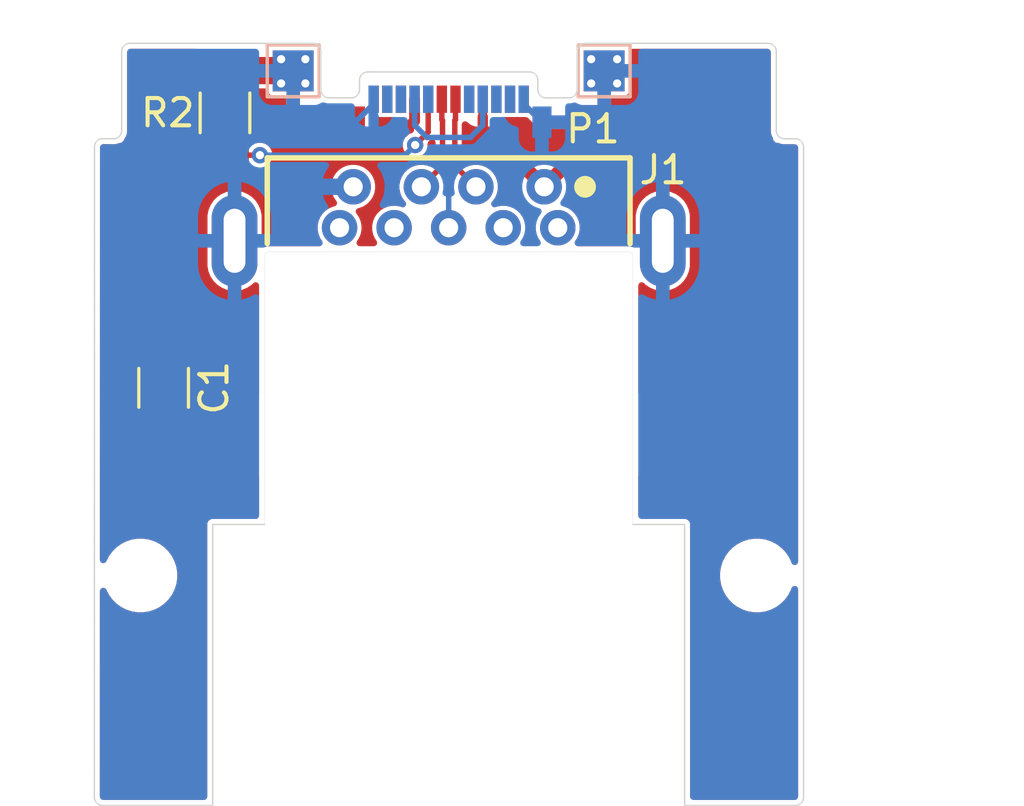
<source format=kicad_pcb>
(kicad_pcb (version 20241229) (generator "pcbnew") (generator_version "9.0")
  (title_block (title "Expansion Card Template") (rev "X1") (company "Framework") (comment 1 "This work is licensed under a Creative Commons Attribution 4.0 International License") (comment 4 "https://frame.work"))
  (layers (0 "F.Cu" signal) (2 "B.Cu" signal) (13 "F.Paste" user) (15 "B.Paste" user) (5 "F.SilkS" user "F.Silkscreen") (7 "B.SilkS" user "B.Silkscreen") (1 "F.Mask" user) (3 "B.Mask" user) (25 "Edge.Cuts" user))
  (net 0 "")
  (net 1 "GND")
  (net 2 "/USB_TX1+")
  (net 3 "VBUS")
  (net 6 "/USB_TX1-")
  (net 8 "/USB_DN")
  (net 9 "/USB_DP")
  (net 10 "/USB_RX1-")
  (net 12 "/USB_RX1+")
  (net 15 "Net-(P1-CC)")
  (footprint "MountingHole:MountingHole_2.2mm_M2" (layer "F.Cu") (at 97 140.46)
    (property "Reference" "H1" (hide yes))
    (property "Value" "MountingHole")
    (pad "" np_thru_hole circle (at 0 0) (size 2.2 2.2) (drill 2.2) (layers "*.Cu" "*.Mask"))
  )
  (footprint "MountingHole:MountingHole_2.2mm_M2" (layer "F.Cu") (at 119.6 140.46)
    (property "Reference" "H2" (hide yes))
    (property "Value" "MountingHole")
    (pad "" np_thru_hole circle (at 0 0) (size 2.2 2.2) (drill 2.2) (layers "*.Cu" "*.Mask"))
  )
  (footprint "TestPoint:TestPoint_Pad_1.5x1.5mm" (layer "F.Cu") (at 102.6 121.96)
    (property "Reference" "GP1" (hide yes))
    (property "Value" "TestPoint")
    (fp_line (start -0.95 -0.95) (end 0.95 -0.95) (stroke (width 0.12)) (layer "F.SilkS"))
    (fp_line (start -0.95 0.95) (end -0.95 -0.95) (stroke (width 0.12)) (layer "F.SilkS"))
    (fp_line (start 0.95 -0.95) (end 0.95 0.95) (stroke (width 0.12)) (layer "F.SilkS"))
    (fp_line (start 0.95 0.95) (end -0.95 0.95) (stroke (width 0.12)) (layer "F.SilkS"))
    (pad "1" smd rect (at 0 0) (size 1.5 1.5) (layers "F.Cu" "F.Mask") (net 1 "GND"))
  )
  (footprint "TestPoint:TestPoint_Pad_1.5x1.5mm" (layer "F.Cu") (at 114 121.96)
    (property "Reference" "GP3" (hide yes))
    (property "Value" "TestPoint")
    (fp_line (start -0.95 -0.95) (end 0.95 -0.95) (stroke (width 0.12)) (layer "F.SilkS"))
    (fp_line (start -0.95 0.95) (end -0.95 -0.95) (stroke (width 0.12)) (layer "F.SilkS"))
    (fp_line (start 0.95 -0.95) (end 0.95 0.95) (stroke (width 0.12)) (layer "F.SilkS"))
    (fp_line (start 0.95 0.95) (end -0.95 0.95) (stroke (width 0.12)) (layer "F.SilkS"))
    (pad "1" smd rect (at 0 0) (size 1.5 1.5) (layers "F.Cu" "F.Mask") (net 1 "GND"))
  )
  (footprint "Capacitor_SMD:C_1206_3216Metric_Pad1.33x1.80mm_HandSolder" (layer "F.Cu") (at 97.85 133.58 -90)
    (property "Reference" "C1" (at 0 -1.85 90) (layer "F.SilkS"))
    (property "Value" "10nF")
    (fp_line (start -0.711252 0.91) (end 0.711252 0.91) (stroke (width 0.12)) (layer "F.SilkS"))
    (fp_line (start -0.711252 -0.91) (end 0.711252 -0.91) (stroke (width 0.12)) (layer "F.SilkS"))
    (pad "1" smd roundrect (at -1.5625 0 270) (size 1.325 1.8) (layers "F.Cu" "F.Mask" "F.Paste") (roundrect_rratio 0.188679) (net 3 "VBUS"))
    (pad "2" smd roundrect (at 1.5625 0 270) (size 1.325 1.8) (layers "F.Cu" "F.Mask" "F.Paste") (roundrect_rratio 0.188679) (net 1 "GND"))
  )
  (footprint "Inset USB:692121330100" (layer "F.Cu") (at 108.3 133.435)
    (property "Reference" "J1" (at 7.86 -7.845 0) (layer "F.SilkS"))
    (property "Value" "692121330100")
    (fp_line (start -6.65 -8.285) (end 6.65 -8.285) (stroke (width 0.2)) (layer "F.SilkS"))
    (fp_line (start -6.65 -5.145) (end -6.65 -8.285) (stroke (width 0.2)) (layer "F.SilkS"))
    (fp_line (start 6.65 -8.285) (end 6.65 -5.145) (stroke (width 0.2)) (layer "F.SilkS"))
    (fp_circle (center 5 -7.225) (end 5.2 -7.225) (stroke (width 0.4)) (fill no) (layer "F.SilkS"))
    (fp_line (start -6.75 -4.675) (end -6.75 5.155) (stroke (width 0.01)) (layer "Edge.Cuts"))
    (fp_line (start 6.58 -4.845) (end -6.58 -4.845) (stroke (width 0.01)) (layer "Edge.Cuts"))
    (fp_line (start 6.75 5.155) (end 6.75 -4.675) (stroke (width 0.01)) (layer "Edge.Cuts"))
    (fp_arc (start -6.75 -4.675) (mid -6.700208 -4.795208) (end -6.58 -4.845) (stroke (width 0.01)) (layer "Edge.Cuts"))
    (fp_arc (start 6.58 -4.845) (mid 6.700208 -4.795208) (end 6.75 -4.675) (stroke (width 0.01)) (layer "Edge.Cuts"))
    (pad "1" thru_hole circle (at 3.5 -7.225) (size 1.3 1.3) (drill 0.7) (layers "*.Cu" "*.Mask") (net 3 "VBUS"))
    (pad "2" thru_hole circle (at 1 -7.225) (size 1.3 1.3) (drill 0.7) (layers "*.Cu" "*.Mask") (net 8 "/USB_DN"))
    (pad "3" thru_hole circle (at -1 -7.225) (size 1.3 1.3) (drill 0.7) (layers "*.Cu" "*.Mask") (net 9 "/USB_DP"))
    (pad "4" thru_hole circle (at -3.5 -7.225) (size 1.3 1.3) (drill 0.7) (layers "*.Cu" "*.Mask") (net 1 "GND"))
    (pad "5" thru_hole circle (at -4 -5.725) (size 1.3 1.3) (drill 0.7) (layers "*.Cu" "*.Mask"))
    (pad "6" thru_hole circle (at -2 -5.725) (size 1.3 1.3) (drill 0.7) (layers "*.Cu" "*.Mask"))
    (pad "7" thru_hole circle (at 0 -5.725) (size 1.3 1.3) (drill 0.7) (layers "*.Cu" "*.Mask") (net 1 "GND"))
    (pad "8" thru_hole circle (at 2 -5.725) (size 1.3 1.3) (drill 0.7) (layers "*.Cu" "*.Mask"))
    (pad "9" thru_hole circle (at 4 -5.725) (size 1.3 1.3) (drill 0.7) (layers "*.Cu" "*.Mask"))
    (pad "S1" thru_hole oval (at -7.85 -5.245) (size 1.6764 3.3528) (drill oval 0.8 2.35) (layers "*.Cu" "*.Mask") (net 1 "GND"))
    (pad "S2" thru_hole oval (at 7.85 -5.245) (size 1.6764 3.3528) (drill oval 0.8 2.35) (layers "*.Cu" "*.Mask") (net 1 "GND"))
    (pad "S3" smd rect (at -7.65 1.855) (size 1.1 2.5) (layers "F.Cu" "F.Mask" "F.Paste") (net 1 "GND"))
    (pad "S4" smd rect (at 7.65 1.855) (size 1.1 2.5) (layers "F.Cu" "F.Mask" "F.Paste") (net 1 "GND"))
  )
  (footprint "Resistor_SMD:R_1206_3216Metric_Pad1.30x1.75mm_HandSolder" (layer "F.Cu") (at 100.1 123.5 90)
    (property "Reference" "R2" (at 0 -2.1 180) (layer "F.SilkS"))
    (property "Value" "5.1k")
    (fp_line (start -0.727064 -0.91) (end 0.727064 -0.91) (stroke (width 0.12)) (layer "F.SilkS"))
    (fp_line (start -0.727064 0.91) (end 0.727064 0.91) (stroke (width 0.12)) (layer "F.SilkS"))
    (pad "1" smd roundrect (at -1.55 0 90) (size 1.3 1.75) (layers "F.Cu" "F.Mask" "F.Paste") (roundrect_rratio 0.192308) (net 15 "Net-(P1-CC)"))
    (pad "2" smd roundrect (at 1.55 0 90) (size 1.3 1.75) (layers "F.Cu" "F.Mask" "F.Paste") (roundrect_rratio 0.192308) (net 1 "GND"))
  )
  (footprint "Expansion_Card:USB_C_Plug_Molex_105444" (layer "F.Cu") (at 108.3 122.96)
    (property "Reference" "P1" (at 5.29 1.13 0) (layer "F.SilkS"))
    (property "Value" "USB_C_Plug")
    (pad "A1" smd rect (at -2.75 0.04) (size 0.38 1) (layers "F.Cu" "F.Mask" "F.Paste") (net 1 "GND"))
    (pad "A2" smd rect (at -2.25 0.04) (size 0.38 1) (layers "F.Cu" "F.Mask" "F.Paste") (net 2 "/USB_TX1+"))
    (pad "A3" smd rect (at -1.75 0.04) (size 0.38 1) (layers "F.Cu" "F.Mask" "F.Paste") (net 6 "/USB_TX1-"))
    (pad "A4" smd rect (at -1.25 0.04) (size 0.38 1) (layers "F.Cu" "F.Mask" "F.Paste") (net 3 "VBUS"))
    (pad "A5" smd rect (at -0.75 0.04) (size 0.38 1) (layers "F.Cu" "F.Mask" "F.Paste") (net 15 "Net-(P1-CC)"))
    (pad "A6" smd rect (at -0.25 0.04) (size 0.38 1) (layers "F.Cu" "F.Mask" "F.Paste") (net 9 "/USB_DP"))
    (pad "A7" smd rect (at 0.25 0.04) (size 0.38 1) (layers "F.Cu" "F.Mask" "F.Paste") (net 8 "/USB_DN"))
    (pad "A8" smd rect (at 0.75 0.04) (size 0.38 1) (layers "F.Cu" "F.Mask" "F.Paste"))
    (pad "A9" smd rect (at 1.25 0.04) (size 0.38 1) (layers "F.Cu" "F.Mask" "F.Paste") (net 3 "VBUS"))
    (pad "A10" smd rect (at 1.75 0.04) (size 0.38 1) (layers "F.Cu" "F.Mask" "F.Paste"))
    (pad "A11" smd rect (at 2.25 0.04) (size 0.38 1) (layers "F.Cu" "F.Mask" "F.Paste"))
    (pad "A12" smd rect (at 2.75 0.04) (size 0.38 1) (layers "F.Cu" "F.Mask" "F.Paste") (net 1 "GND"))
    (pad "B1" smd rect (at 2.75 0.04) (size 0.38 1) (layers "B.Cu" "B.Mask" "B.Paste") (net 1 "GND"))
    (pad "B2" smd rect (at 2.25 0.04) (size 0.38 1) (layers "B.Cu" "B.Mask" "B.Paste"))
    (pad "B3" smd rect (at 1.75 0.04) (size 0.38 1) (layers "B.Cu" "B.Mask" "B.Paste"))
    (pad "B4" smd rect (at 1.25 0.04) (size 0.38 1) (layers "B.Cu" "B.Mask" "B.Paste") (net 3 "VBUS"))
    (pad "B5" smd rect (at 0.75 0.04) (size 0.38 1) (layers "B.Cu" "B.Mask" "B.Paste"))
    (pad "B8" smd rect (at -0.75 0.04) (size 0.38 1) (layers "B.Cu" "B.Mask" "B.Paste"))
    (pad "B9" smd rect (at -1.25 0.04) (size 0.38 1) (layers "B.Cu" "B.Mask" "B.Paste") (net 3 "VBUS"))
    (pad "B10" smd rect (at -1.75 0.04) (size 0.38 1) (layers "B.Cu" "B.Mask" "B.Paste") (net 10 "/USB_RX1-"))
    (pad "B11" smd rect (at -2.25 0.04) (size 0.38 1) (layers "B.Cu" "B.Mask" "B.Paste") (net 12 "/USB_RX1+"))
    (pad "B12" smd rect (at -2.75 0.04) (size 0.38 1) (layers "B.Cu" "B.Mask" "B.Paste") (net 1 "GND"))
    (pad "S1" smd rect (at -3.42 0.88) (size 0.7 1.15) (layers "F.Cu" "F.Mask" "F.Paste") (net 1 "GND"))
    (pad "S1" smd rect (at 3.42 0.88) (size 0.7 1.15) (layers "B.Cu" "B.Mask" "B.Paste") (net 1 "GND"))
  )
  (footprint "TestPoint:TestPoint_Pad_1.5x1.5mm" (layer "B.Cu") (at 102.6 121.96)
    (property "Reference" "GP2" (hide yes))
    (property "Value" "TestPoint")
    (fp_line (start -0.95 -0.95) (end -0.95 0.95) (stroke (width 0.12)) (layer "B.SilkS"))
    (fp_line (start -0.95 0.95) (end 0.95 0.95) (stroke (width 0.12)) (layer "B.SilkS"))
    (fp_line (start 0.95 -0.95) (end -0.95 -0.95) (stroke (width 0.12)) (layer "B.SilkS"))
    (fp_line (start 0.95 0.95) (end 0.95 -0.95) (stroke (width 0.12)) (layer "B.SilkS"))
    (pad "1" smd rect (at 0 0) (size 1.5 1.5) (layers "B.Cu" "B.Mask") (net 1 "GND"))
  )
  (footprint "TestPoint:TestPoint_Pad_1.5x1.5mm" (layer "B.Cu") (at 114 121.96)
    (property "Reference" "GP4" (hide yes))
    (property "Value" "TestPoint")
    (fp_line (start -0.95 -0.95) (end -0.95 0.95) (stroke (width 0.12)) (layer "B.SilkS"))
    (fp_line (start -0.95 0.95) (end 0.95 0.95) (stroke (width 0.12)) (layer "B.SilkS"))
    (fp_line (start 0.95 -0.95) (end -0.95 -0.95) (stroke (width 0.12)) (layer "B.SilkS"))
    (fp_line (start 0.95 0.95) (end 0.95 -0.95) (stroke (width 0.12)) (layer "B.SilkS"))
    (pad "1" smd rect (at 0 0) (size 1.5 1.5) (layers "B.Cu" "B.Mask") (net 1 "GND"))
  )
  (gr_line (start 111.26895 122) (end 105.33105 122) (stroke (width 0.05)) (layer "Edge.Cuts"))
  (gr_arc (start 111.268918 122) (mid 111.48105 122.087868) (end 111.568918 122.3) (stroke (width 0.05)) (layer "Edge.Cuts"))
  (gr_line (start 120.31105 124.15) (end 120.31105 121.25) (stroke (width 0.05)) (layer "Edge.Cuts"))
  (gr_line (start 99.65 138.59) (end 99.65 148.89) (stroke (width 0.05)) (layer "Edge.Cuts"))
  (gr_line (start 120.61105 124.45) (end 121.01105 124.45) (stroke (width 0.05)) (layer "Edge.Cuts"))
  (gr_arc (start 121.31105 148.59) (mid 121.223182 148.802132) (end 121.01105 148.89) (stroke (width 0.05)) (layer "Edge.Cuts"))
  (gr_arc (start 95.31585 124.7452) (mid 95.403718 124.533068) (end 95.61585 124.4452) (stroke (width 0.05)) (layer "Edge.Cuts"))
  (gr_line (start 95.6111 148.89) (end 99.65 148.89) (stroke (width 0.05)) (layer "Edge.Cuts"))
  (gr_arc (start 95.61105 148.89) (mid 95.398918 148.802132) (end 95.31105 148.59) (stroke (width 0.05)) (layer "Edge.Cuts"))
  (gr_line (start 121.31105 148.59) (end 121.31105 124.75) (stroke (width 0.05)) (layer "Edge.Cuts"))
  (gr_line (start 96.61105 120.95) (end 103.31105 120.95) (stroke (width 0.05)) (layer "Edge.Cuts"))
  (gr_line (start 113.01105 122.65) (end 113.01105 121.25) (stroke (width 0.05)) (layer "Edge.Cuts"))
  (gr_line (start 105.03105 122.3) (end 105.03105 122.65) (stroke (width 0.05)) (layer "Edge.Cuts"))
  (gr_arc (start 120.01105 120.95) (mid 120.223182 121.037868) (end 120.31105 121.25) (stroke (width 0.05)) (layer "Edge.Cuts"))
  (gr_line (start 115.05 138.59) (end 116.95 138.59) (stroke (width 0.05)) (layer "Edge.Cuts"))
  (gr_arc (start 120.61105 124.45) (mid 120.398918 124.362132) (end 120.31105 124.15) (stroke (width 0.05)) (layer "Edge.Cuts"))
  (gr_line (start 95.31585 124.7452) (end 95.31105 148.59) (stroke (width 0.05)) (layer "Edge.Cuts"))
  (gr_line (start 116.95 138.59) (end 116.95 148.89) (stroke (width 0.05)) (layer "Edge.Cuts"))
  (gr_arc (start 111.868918 122.95) (mid 111.656786 122.862132) (end 111.568918 122.65) (stroke (width 0.05)) (layer "Edge.Cuts"))
  (gr_line (start 120.01105 120.95) (end 113.31105 120.95) (stroke (width 0.05)) (layer "Edge.Cuts"))
  (gr_line (start 96.31105 121.25) (end 96.31105 124.15) (stroke (width 0.05)) (layer "Edge.Cuts"))
  (gr_arc (start 103.91105 122.95) (mid 103.698918 122.862132) (end 103.61105 122.65) (stroke (width 0.05)) (layer "Edge.Cuts"))
  (gr_line (start 103.61105 122.65) (end 103.61105 121.25) (stroke (width 0.05)) (layer "Edge.Cuts"))
  (gr_line (start 112.71105 122.95) (end 111.868918 122.95) (stroke (width 0.05)) (layer "Edge.Cuts"))
  (gr_line (start 103.91105 122.95) (end 104.73105 122.95) (stroke (width 0.05)) (layer "Edge.Cuts"))
  (gr_arc (start 113.01105 121.25) (mid 113.098918 121.037868) (end 113.31105 120.95) (stroke (width 0.05)) (layer "Edge.Cuts"))
  (gr_arc (start 113.01105 122.65) (mid 112.923182 122.862132) (end 112.71105 122.95) (stroke (width 0.05)) (layer "Edge.Cuts"))
  (gr_arc (start 96.31105 124.15) (mid 96.223182 124.362132) (end 96.01105 124.45) (stroke (width 0.05)) (layer "Edge.Cuts"))
  (gr_line (start 111.568918 122.3) (end 111.568918 122.65) (stroke (width 0.05)) (layer "Edge.Cuts"))
  (gr_arc (start 96.31105 121.25) (mid 96.398918 121.037868) (end 96.61105 120.95) (stroke (width 0.05)) (layer "Edge.Cuts"))
  (gr_arc (start 103.31105 120.95) (mid 103.523182 121.037868) (end 103.61105 121.25) (stroke (width 0.05)) (layer "Edge.Cuts"))
  (gr_arc (start 105.03105 122.65) (mid 104.943182 122.862132) (end 104.73105 122.95) (stroke (width 0.05)) (layer "Edge.Cuts"))
  (gr_line (start 96.01105 124.45) (end 95.61585 124.4452) (stroke (width 0.05)) (layer "Edge.Cuts"))
  (gr_arc (start 121.01105 124.45) (mid 121.223182 124.537868) (end 121.31105 124.75) (stroke (width 0.05)) (layer "Edge.Cuts"))
  (gr_arc (start 105.03105 122.3) (mid 105.118918 122.087868) (end 105.33105 122) (stroke (width 0.05)) (layer "Edge.Cuts"))
  (gr_line (start 116.95 148.89) (end 121.005523 148.89) (stroke (width 0.05)) (layer "Edge.Cuts"))
  (gr_line (start 101.55 138.59) (end 99.65 138.59) (stroke (width 0.05)) (layer "Edge.Cuts"))
  (segment (start 105.55 123.17) (end 104.88 123.84) (width 0.2) (layer "F.Cu") (net 1))
  (segment (start 111.05 123) (end 111.05 123.15) (width 0.2) (layer "F.Cu") (net 1))
  (segment (start 100.5025 135.1425) (end 100.65 135.29) (width 0.2) (layer "F.Cu") (net 1))
  (segment (start 114 123.59) (end 114 121.96) (width 0.2) (layer "F.Cu") (net 1))
  (segment (start 111.05 123.17) (end 111.72 123.84) (width 0.2) (layer "F.Cu") (net 1))
  (segment (start 97.85 135.1425) (end 100.5025 135.1425) (width 0.2) (layer "F.Cu") (net 1))
  (segment (start 113.75 123.84) (end 114 123.59) (width 0.2) (layer "F.Cu") (net 1))
  (segment (start 100.1 121.95) (end 102.59 121.95) (width 1) (layer "F.Cu") (net 1))
  (segment (start 111.72 123.84) (end 113.75 123.84) (width 0.2) (layer "F.Cu") (net 1))
  (segment (start 102.6 123.59) (end 102.6 121.96) (width 0.2) (layer "F.Cu") (net 1))
  (segment (start 102.59 121.95) (end 102.6 121.96) (width 1) (layer "F.Cu") (net 1))
  (segment (start 105.55 123) (end 105.55 123.17) (width 0.2) (layer "F.Cu") (net 1))
  (segment (start 102.85 123.84) (end 102.6 123.59) (width 0.2) (layer "F.Cu") (net 1))
  (segment (start 104.88 123.84) (end 102.85 123.84) (width 0.2) (layer "F.Cu") (net 1))
  (via (at 102.158 121.5315) (size 0.5) (drill 0.3) (layers "F.Cu" "B.Cu") (net 1))
  (via (at 102.158 122.4205) (size 0.5) (drill 0.3) (layers "F.Cu" "B.Cu") (net 1))
  (via (at 114.477 121.5315) (size 0.5) (drill 0.3) (layers "F.Cu" "B.Cu") (net 1))
  (via (at 114.477 122.4205) (size 0.5) (drill 0.3) (layers "F.Cu" "B.Cu") (net 1))
  (via (at 103.047 121.5315) (size 0.5) (drill 0.3) (layers "F.Cu" "B.Cu") (net 1))
  (via (at 113.5245 122.4205) (size 0.5) (drill 0.3) (layers "F.Cu" "B.Cu") (net 1))
  (via (at 113.5245 121.5315) (size 0.5) (drill 0.3) (layers "F.Cu" "B.Cu") (net 1))
  (via (at 103.047 122.4205) (size 0.5) (drill 0.3) (layers "F.Cu" "B.Cu") (net 1))
  (segment (start 111.05 123.17) (end 111.72 123.84) (width 0.2) (layer "B.Cu") (net 1))
  (segment (start 102.6 123.59) (end 102.6 121.96) (width 0.2) (layer "B.Cu") (net 1))
  (segment (start 102.85 123.84) (end 102.6 123.59) (width 0.2) (layer "B.Cu") (net 1))
  (segment (start 111.72 123.84) (end 113.75 123.84) (width 0.2) (layer "B.Cu") (net 1))
  (segment (start 108.3 127.71) (end 108.3 126.1) (width 0.2) (layer "B.Cu") (net 1))
  (segment (start 104.8 126.21) (end 102.61 126.21) (width 0.6) (layer "B.Cu") (net 1))
  (segment (start 114 123.59) (end 114 121.96) (width 0.2) (layer "B.Cu") (net 1))
  (segment (start 104.88 123.84) (end 102.85 123.84) (width 0.2) (layer "B.Cu") (net 1))
  (segment (start 113.75 123.84) (end 114 123.59) (width 0.2) (layer "B.Cu") (net 1))
  (segment (start 105.55 123.17) (end 104.88 123.84) (width 0.2) (layer "B.Cu") (net 1))
  (segment (start 111.05 123) (end 111.05 123.17) (width 0.2) (layer "B.Cu") (net 1))
  (segment (start 106.642 124.2) (end 106.4 124.2) (width 0.4) (layer "F.Cu") (net 3))
  (segment (start 107.05 123.792) (end 106.642 124.2) (width 0.4) (layer "F.Cu") (net 3))
  (segment (start 107.05 123) (end 107.05 123.792) (width 0.4) (layer "F.Cu") (net 3))
  (segment (start 107.5 124.4) (end 107.05 123.95) (width 0.2) (layer "B.Cu") (net 3))
  (segment (start 107.05 123.95) (end 107.05 123) (width 0.2) (layer "B.Cu") (net 3))
  (segment (start 109.1 124.4) (end 107.5 124.4) (width 0.2) (layer "B.Cu") (net 3))
  (segment (start 109.55 123) (end 109.55 123.95) (width 0.2) (layer "B.Cu") (net 3))
  (segment (start 109.55 123.95) (end 109.1 124.4) (width 0.2) (layer "B.Cu") (net 3))
  (segment (start 108.55 123.750001) (end 108.525 123.775001) (width 0.2) (layer "F.Cu") (net 8))
  (segment (start 108.525 125.435) (end 109.3 126.21) (width 0.2) (layer "F.Cu") (net 8))
  (segment (start 108.525 123.775001) (end 108.525 125.435) (width 0.2) (layer "F.Cu") (net 8))
  (segment (start 108.55 123) (end 108.55 123.750001) (width 0.2) (layer "F.Cu") (net 8))
  (segment (start 108.05 123) (end 108.05 123.750001) (width 0.2) (layer "F.Cu") (net 9))
  (segment (start 108.075 125.435) (end 107.3 126.21) (width 0.2) (layer "F.Cu") (net 9))
  (segment (start 108.05 123.750001) (end 108.075 123.775001) (width 0.2) (layer "F.Cu") (net 9))
  (segment (start 108.075 123.775001) (end 108.075 125.435) (width 0.2) (layer "F.Cu") (net 9))
  (segment (start 107.55 124.2) (end 107.55 123) (width 0.2) (layer "F.Cu") (net 15))
  (segment (start 107.071446 124.678554) (end 107.55 124.2) (width 0.2) (layer "F.Cu") (net 15))
  (segment (start 100.1 125.45) (end 100.1 125.05) (width 0.2) (layer "F.Cu") (net 15))
  (segment (start 101.38 125.05) (end 100.1 125.05) (width 0.2) (layer "F.Cu") (net 15))
  (via (at 101.38 125.05) (size 0.6) (drill 0.3) (layers "F.Cu" "B.Cu") (net 15))
  (via (at 107.071446 124.678554) (size 0.6) (drill 0.3) (layers "F.Cu" "B.Cu") (net 15))
  (segment (start 106.7 125.05) (end 107.071446 124.678554) (width 0.2) (layer "B.Cu") (net 15))
  (segment (start 101.38 125.05) (end 106.7 125.05) (width 0.2) (layer "B.Cu") (net 15))
  (segment (start 101.39 125.04) (end 101.38 125.05) (width 0.2) (layer "B.Cu") (net 15))
  (zone (net 3) (net_name "VBUS") (layer "F.Cu") (connect_pads (clearance 0.1524)) (min_thickness 0.25) (fill yes (thermal_gap 0.5) (thermal_bridge_width 0.5))
    (polygon (pts (xy 96.4 121.2) (xy 96.5 121.1) (xy 120.1 121.1) (xy 120.2 121.2) (xy 120.2 124.5) (xy 120.3 124.6) (xy 121.1 124.6) (xy 121.2 124.7) (xy 121.2 148.6) (xy 121 148.8) (xy 95.6 148.8) (xy 95.4 148.6) (xy 95.4 124.8) (xy 95.6 124.6) (xy 96.3 124.6) (xy 96.4 124.5)))
  )
  (zone (net 1) (net_name "GND") (layer "B.Cu") (connect_pads (clearance 0.1524)) (min_thickness 0.25) (fill yes (thermal_gap 0.5) (thermal_bridge_width 0.5))
    (polygon (pts (xy 96.4 121.2) (xy 96.5 121.1) (xy 120.1 121.1) (xy 120.2 121.2) (xy 120.2 124.5) (xy 120.3 124.6) (xy 121.1 124.6) (xy 121.2 124.7) (xy 121.2 148.6) (xy 121 148.8) (xy 95.6 148.8) (xy 95.4 148.6) (xy 95.4 124.8) (xy 95.6 124.6) (xy 96.3 124.6) (xy 96.4 124.5)))
  )
)
</source>
